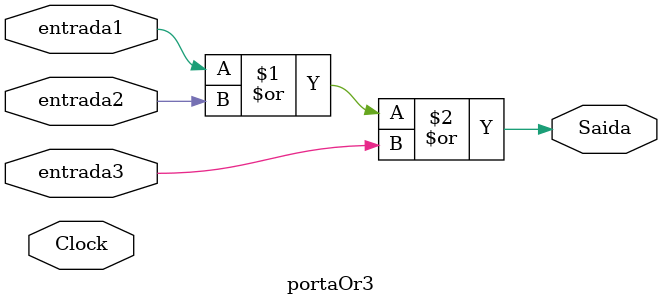
<source format=v>
module portaOr3(entrada1,entrada2,entrada3,Saida, Clock);

input wire Clock;
input wire entrada1,entrada2,entrada3;
output wire Saida;

assign Saida = entrada1 | entrada2 | entrada3;

endmodule


</source>
